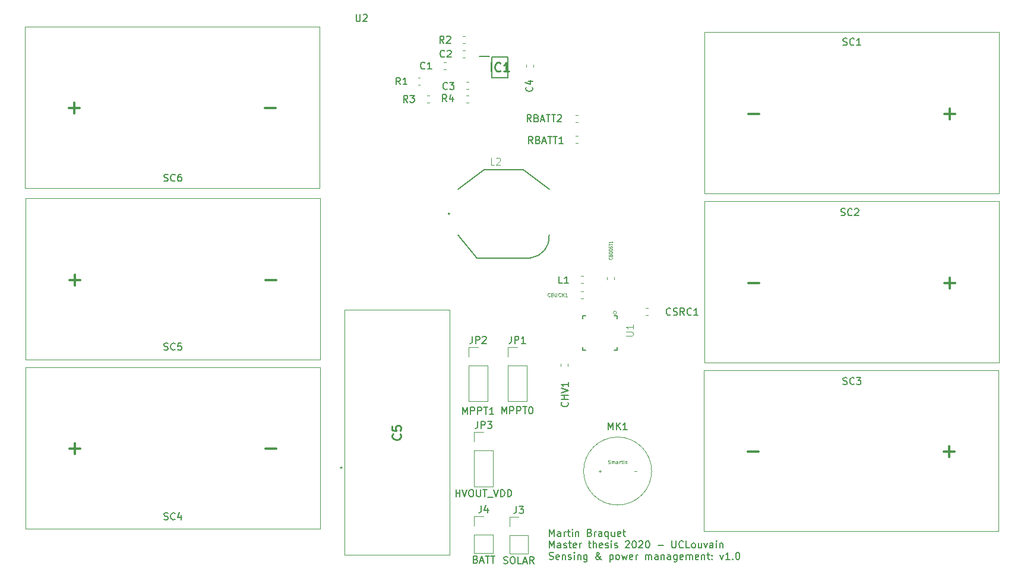
<source format=gbr>
G04 #@! TF.GenerationSoftware,KiCad,Pcbnew,(5.1.5)-3*
G04 #@! TF.CreationDate,2020-04-08T11:42:18+02:00*
G04 #@! TF.ProjectId,sensing_PMU,73656e73-696e-4675-9f50-4d552e6b6963,0.0*
G04 #@! TF.SameCoordinates,Original*
G04 #@! TF.FileFunction,Legend,Top*
G04 #@! TF.FilePolarity,Positive*
%FSLAX46Y46*%
G04 Gerber Fmt 4.6, Leading zero omitted, Abs format (unit mm)*
G04 Created by KiCad (PCBNEW (5.1.5)-3) date 2020-04-08 11:42:18*
%MOMM*%
%LPD*%
G04 APERTURE LIST*
%ADD10C,0.150000*%
%ADD11C,0.200000*%
%ADD12C,0.127000*%
%ADD13C,0.120000*%
%ADD14C,0.100000*%
%ADD15C,0.203200*%
%ADD16C,0.015000*%
%ADD17C,0.254000*%
%ADD18C,0.125000*%
%ADD19C,0.300000*%
%ADD20C,0.050000*%
G04 APERTURE END LIST*
D10*
X168515595Y-117212380D02*
X168515595Y-116212380D01*
X168848928Y-116926666D01*
X169182261Y-116212380D01*
X169182261Y-117212380D01*
X170087023Y-117212380D02*
X170087023Y-116688571D01*
X170039404Y-116593333D01*
X169944166Y-116545714D01*
X169753690Y-116545714D01*
X169658452Y-116593333D01*
X170087023Y-117164761D02*
X169991785Y-117212380D01*
X169753690Y-117212380D01*
X169658452Y-117164761D01*
X169610833Y-117069523D01*
X169610833Y-116974285D01*
X169658452Y-116879047D01*
X169753690Y-116831428D01*
X169991785Y-116831428D01*
X170087023Y-116783809D01*
X170563214Y-117212380D02*
X170563214Y-116545714D01*
X170563214Y-116736190D02*
X170610833Y-116640952D01*
X170658452Y-116593333D01*
X170753690Y-116545714D01*
X170848928Y-116545714D01*
X171039404Y-116545714D02*
X171420357Y-116545714D01*
X171182261Y-116212380D02*
X171182261Y-117069523D01*
X171229880Y-117164761D01*
X171325119Y-117212380D01*
X171420357Y-117212380D01*
X171753690Y-117212380D02*
X171753690Y-116545714D01*
X171753690Y-116212380D02*
X171706071Y-116260000D01*
X171753690Y-116307619D01*
X171801309Y-116260000D01*
X171753690Y-116212380D01*
X171753690Y-116307619D01*
X172229880Y-116545714D02*
X172229880Y-117212380D01*
X172229880Y-116640952D02*
X172277500Y-116593333D01*
X172372738Y-116545714D01*
X172515595Y-116545714D01*
X172610833Y-116593333D01*
X172658452Y-116688571D01*
X172658452Y-117212380D01*
X174229880Y-116688571D02*
X174372738Y-116736190D01*
X174420357Y-116783809D01*
X174467976Y-116879047D01*
X174467976Y-117021904D01*
X174420357Y-117117142D01*
X174372738Y-117164761D01*
X174277500Y-117212380D01*
X173896547Y-117212380D01*
X173896547Y-116212380D01*
X174229880Y-116212380D01*
X174325119Y-116260000D01*
X174372738Y-116307619D01*
X174420357Y-116402857D01*
X174420357Y-116498095D01*
X174372738Y-116593333D01*
X174325119Y-116640952D01*
X174229880Y-116688571D01*
X173896547Y-116688571D01*
X174896547Y-117212380D02*
X174896547Y-116545714D01*
X174896547Y-116736190D02*
X174944166Y-116640952D01*
X174991785Y-116593333D01*
X175087023Y-116545714D01*
X175182261Y-116545714D01*
X175944166Y-117212380D02*
X175944166Y-116688571D01*
X175896547Y-116593333D01*
X175801309Y-116545714D01*
X175610833Y-116545714D01*
X175515595Y-116593333D01*
X175944166Y-117164761D02*
X175848928Y-117212380D01*
X175610833Y-117212380D01*
X175515595Y-117164761D01*
X175467976Y-117069523D01*
X175467976Y-116974285D01*
X175515595Y-116879047D01*
X175610833Y-116831428D01*
X175848928Y-116831428D01*
X175944166Y-116783809D01*
X176848928Y-116545714D02*
X176848928Y-117545714D01*
X176848928Y-117164761D02*
X176753690Y-117212380D01*
X176563214Y-117212380D01*
X176467976Y-117164761D01*
X176420357Y-117117142D01*
X176372738Y-117021904D01*
X176372738Y-116736190D01*
X176420357Y-116640952D01*
X176467976Y-116593333D01*
X176563214Y-116545714D01*
X176753690Y-116545714D01*
X176848928Y-116593333D01*
X177753690Y-116545714D02*
X177753690Y-117212380D01*
X177325119Y-116545714D02*
X177325119Y-117069523D01*
X177372738Y-117164761D01*
X177467976Y-117212380D01*
X177610833Y-117212380D01*
X177706071Y-117164761D01*
X177753690Y-117117142D01*
X178610833Y-117164761D02*
X178515595Y-117212380D01*
X178325119Y-117212380D01*
X178229880Y-117164761D01*
X178182261Y-117069523D01*
X178182261Y-116688571D01*
X178229880Y-116593333D01*
X178325119Y-116545714D01*
X178515595Y-116545714D01*
X178610833Y-116593333D01*
X178658452Y-116688571D01*
X178658452Y-116783809D01*
X178182261Y-116879047D01*
X178944166Y-116545714D02*
X179325119Y-116545714D01*
X179087023Y-116212380D02*
X179087023Y-117069523D01*
X179134642Y-117164761D01*
X179229880Y-117212380D01*
X179325119Y-117212380D01*
X168515595Y-118862380D02*
X168515595Y-117862380D01*
X168848928Y-118576666D01*
X169182261Y-117862380D01*
X169182261Y-118862380D01*
X170087023Y-118862380D02*
X170087023Y-118338571D01*
X170039404Y-118243333D01*
X169944166Y-118195714D01*
X169753690Y-118195714D01*
X169658452Y-118243333D01*
X170087023Y-118814761D02*
X169991785Y-118862380D01*
X169753690Y-118862380D01*
X169658452Y-118814761D01*
X169610833Y-118719523D01*
X169610833Y-118624285D01*
X169658452Y-118529047D01*
X169753690Y-118481428D01*
X169991785Y-118481428D01*
X170087023Y-118433809D01*
X170515595Y-118814761D02*
X170610833Y-118862380D01*
X170801309Y-118862380D01*
X170896547Y-118814761D01*
X170944166Y-118719523D01*
X170944166Y-118671904D01*
X170896547Y-118576666D01*
X170801309Y-118529047D01*
X170658452Y-118529047D01*
X170563214Y-118481428D01*
X170515595Y-118386190D01*
X170515595Y-118338571D01*
X170563214Y-118243333D01*
X170658452Y-118195714D01*
X170801309Y-118195714D01*
X170896547Y-118243333D01*
X171229880Y-118195714D02*
X171610833Y-118195714D01*
X171372738Y-117862380D02*
X171372738Y-118719523D01*
X171420357Y-118814761D01*
X171515595Y-118862380D01*
X171610833Y-118862380D01*
X172325119Y-118814761D02*
X172229880Y-118862380D01*
X172039404Y-118862380D01*
X171944166Y-118814761D01*
X171896547Y-118719523D01*
X171896547Y-118338571D01*
X171944166Y-118243333D01*
X172039404Y-118195714D01*
X172229880Y-118195714D01*
X172325119Y-118243333D01*
X172372738Y-118338571D01*
X172372738Y-118433809D01*
X171896547Y-118529047D01*
X172801309Y-118862380D02*
X172801309Y-118195714D01*
X172801309Y-118386190D02*
X172848928Y-118290952D01*
X172896547Y-118243333D01*
X172991785Y-118195714D01*
X173087023Y-118195714D01*
X174039404Y-118195714D02*
X174420357Y-118195714D01*
X174182261Y-117862380D02*
X174182261Y-118719523D01*
X174229880Y-118814761D01*
X174325119Y-118862380D01*
X174420357Y-118862380D01*
X174753690Y-118862380D02*
X174753690Y-117862380D01*
X175182261Y-118862380D02*
X175182261Y-118338571D01*
X175134642Y-118243333D01*
X175039404Y-118195714D01*
X174896547Y-118195714D01*
X174801309Y-118243333D01*
X174753690Y-118290952D01*
X176039404Y-118814761D02*
X175944166Y-118862380D01*
X175753690Y-118862380D01*
X175658452Y-118814761D01*
X175610833Y-118719523D01*
X175610833Y-118338571D01*
X175658452Y-118243333D01*
X175753690Y-118195714D01*
X175944166Y-118195714D01*
X176039404Y-118243333D01*
X176087023Y-118338571D01*
X176087023Y-118433809D01*
X175610833Y-118529047D01*
X176467976Y-118814761D02*
X176563214Y-118862380D01*
X176753690Y-118862380D01*
X176848928Y-118814761D01*
X176896547Y-118719523D01*
X176896547Y-118671904D01*
X176848928Y-118576666D01*
X176753690Y-118529047D01*
X176610833Y-118529047D01*
X176515595Y-118481428D01*
X176467976Y-118386190D01*
X176467976Y-118338571D01*
X176515595Y-118243333D01*
X176610833Y-118195714D01*
X176753690Y-118195714D01*
X176848928Y-118243333D01*
X177325119Y-118862380D02*
X177325119Y-118195714D01*
X177325119Y-117862380D02*
X177277500Y-117910000D01*
X177325119Y-117957619D01*
X177372738Y-117910000D01*
X177325119Y-117862380D01*
X177325119Y-117957619D01*
X177753690Y-118814761D02*
X177848928Y-118862380D01*
X178039404Y-118862380D01*
X178134642Y-118814761D01*
X178182261Y-118719523D01*
X178182261Y-118671904D01*
X178134642Y-118576666D01*
X178039404Y-118529047D01*
X177896547Y-118529047D01*
X177801309Y-118481428D01*
X177753690Y-118386190D01*
X177753690Y-118338571D01*
X177801309Y-118243333D01*
X177896547Y-118195714D01*
X178039404Y-118195714D01*
X178134642Y-118243333D01*
X179325119Y-117957619D02*
X179372738Y-117910000D01*
X179467976Y-117862380D01*
X179706071Y-117862380D01*
X179801309Y-117910000D01*
X179848928Y-117957619D01*
X179896547Y-118052857D01*
X179896547Y-118148095D01*
X179848928Y-118290952D01*
X179277500Y-118862380D01*
X179896547Y-118862380D01*
X180515595Y-117862380D02*
X180610833Y-117862380D01*
X180706071Y-117910000D01*
X180753690Y-117957619D01*
X180801309Y-118052857D01*
X180848928Y-118243333D01*
X180848928Y-118481428D01*
X180801309Y-118671904D01*
X180753690Y-118767142D01*
X180706071Y-118814761D01*
X180610833Y-118862380D01*
X180515595Y-118862380D01*
X180420357Y-118814761D01*
X180372738Y-118767142D01*
X180325119Y-118671904D01*
X180277500Y-118481428D01*
X180277500Y-118243333D01*
X180325119Y-118052857D01*
X180372738Y-117957619D01*
X180420357Y-117910000D01*
X180515595Y-117862380D01*
X181229880Y-117957619D02*
X181277500Y-117910000D01*
X181372738Y-117862380D01*
X181610833Y-117862380D01*
X181706071Y-117910000D01*
X181753690Y-117957619D01*
X181801309Y-118052857D01*
X181801309Y-118148095D01*
X181753690Y-118290952D01*
X181182261Y-118862380D01*
X181801309Y-118862380D01*
X182420357Y-117862380D02*
X182515595Y-117862380D01*
X182610833Y-117910000D01*
X182658452Y-117957619D01*
X182706071Y-118052857D01*
X182753690Y-118243333D01*
X182753690Y-118481428D01*
X182706071Y-118671904D01*
X182658452Y-118767142D01*
X182610833Y-118814761D01*
X182515595Y-118862380D01*
X182420357Y-118862380D01*
X182325119Y-118814761D01*
X182277500Y-118767142D01*
X182229880Y-118671904D01*
X182182261Y-118481428D01*
X182182261Y-118243333D01*
X182229880Y-118052857D01*
X182277500Y-117957619D01*
X182325119Y-117910000D01*
X182420357Y-117862380D01*
X183944166Y-118481428D02*
X184706071Y-118481428D01*
X185944166Y-117862380D02*
X185944166Y-118671904D01*
X185991785Y-118767142D01*
X186039404Y-118814761D01*
X186134642Y-118862380D01*
X186325119Y-118862380D01*
X186420357Y-118814761D01*
X186467976Y-118767142D01*
X186515595Y-118671904D01*
X186515595Y-117862380D01*
X187563214Y-118767142D02*
X187515595Y-118814761D01*
X187372738Y-118862380D01*
X187277500Y-118862380D01*
X187134642Y-118814761D01*
X187039404Y-118719523D01*
X186991785Y-118624285D01*
X186944166Y-118433809D01*
X186944166Y-118290952D01*
X186991785Y-118100476D01*
X187039404Y-118005238D01*
X187134642Y-117910000D01*
X187277500Y-117862380D01*
X187372738Y-117862380D01*
X187515595Y-117910000D01*
X187563214Y-117957619D01*
X188467976Y-118862380D02*
X187991785Y-118862380D01*
X187991785Y-117862380D01*
X188944166Y-118862380D02*
X188848928Y-118814761D01*
X188801309Y-118767142D01*
X188753690Y-118671904D01*
X188753690Y-118386190D01*
X188801309Y-118290952D01*
X188848928Y-118243333D01*
X188944166Y-118195714D01*
X189087023Y-118195714D01*
X189182261Y-118243333D01*
X189229880Y-118290952D01*
X189277500Y-118386190D01*
X189277500Y-118671904D01*
X189229880Y-118767142D01*
X189182261Y-118814761D01*
X189087023Y-118862380D01*
X188944166Y-118862380D01*
X190134642Y-118195714D02*
X190134642Y-118862380D01*
X189706071Y-118195714D02*
X189706071Y-118719523D01*
X189753690Y-118814761D01*
X189848928Y-118862380D01*
X189991785Y-118862380D01*
X190087023Y-118814761D01*
X190134642Y-118767142D01*
X190515595Y-118195714D02*
X190753690Y-118862380D01*
X190991785Y-118195714D01*
X191801309Y-118862380D02*
X191801309Y-118338571D01*
X191753690Y-118243333D01*
X191658452Y-118195714D01*
X191467976Y-118195714D01*
X191372738Y-118243333D01*
X191801309Y-118814761D02*
X191706071Y-118862380D01*
X191467976Y-118862380D01*
X191372738Y-118814761D01*
X191325119Y-118719523D01*
X191325119Y-118624285D01*
X191372738Y-118529047D01*
X191467976Y-118481428D01*
X191706071Y-118481428D01*
X191801309Y-118433809D01*
X192277500Y-118862380D02*
X192277500Y-118195714D01*
X192277500Y-117862380D02*
X192229880Y-117910000D01*
X192277500Y-117957619D01*
X192325119Y-117910000D01*
X192277500Y-117862380D01*
X192277500Y-117957619D01*
X192753690Y-118195714D02*
X192753690Y-118862380D01*
X192753690Y-118290952D02*
X192801309Y-118243333D01*
X192896547Y-118195714D01*
X193039404Y-118195714D01*
X193134642Y-118243333D01*
X193182261Y-118338571D01*
X193182261Y-118862380D01*
X168467976Y-120464761D02*
X168610833Y-120512380D01*
X168848928Y-120512380D01*
X168944166Y-120464761D01*
X168991785Y-120417142D01*
X169039404Y-120321904D01*
X169039404Y-120226666D01*
X168991785Y-120131428D01*
X168944166Y-120083809D01*
X168848928Y-120036190D01*
X168658452Y-119988571D01*
X168563214Y-119940952D01*
X168515595Y-119893333D01*
X168467976Y-119798095D01*
X168467976Y-119702857D01*
X168515595Y-119607619D01*
X168563214Y-119560000D01*
X168658452Y-119512380D01*
X168896547Y-119512380D01*
X169039404Y-119560000D01*
X169848928Y-120464761D02*
X169753690Y-120512380D01*
X169563214Y-120512380D01*
X169467976Y-120464761D01*
X169420357Y-120369523D01*
X169420357Y-119988571D01*
X169467976Y-119893333D01*
X169563214Y-119845714D01*
X169753690Y-119845714D01*
X169848928Y-119893333D01*
X169896547Y-119988571D01*
X169896547Y-120083809D01*
X169420357Y-120179047D01*
X170325119Y-119845714D02*
X170325119Y-120512380D01*
X170325119Y-119940952D02*
X170372738Y-119893333D01*
X170467976Y-119845714D01*
X170610833Y-119845714D01*
X170706071Y-119893333D01*
X170753690Y-119988571D01*
X170753690Y-120512380D01*
X171182261Y-120464761D02*
X171277500Y-120512380D01*
X171467976Y-120512380D01*
X171563214Y-120464761D01*
X171610833Y-120369523D01*
X171610833Y-120321904D01*
X171563214Y-120226666D01*
X171467976Y-120179047D01*
X171325119Y-120179047D01*
X171229880Y-120131428D01*
X171182261Y-120036190D01*
X171182261Y-119988571D01*
X171229880Y-119893333D01*
X171325119Y-119845714D01*
X171467976Y-119845714D01*
X171563214Y-119893333D01*
X172039404Y-120512380D02*
X172039404Y-119845714D01*
X172039404Y-119512380D02*
X171991785Y-119560000D01*
X172039404Y-119607619D01*
X172087023Y-119560000D01*
X172039404Y-119512380D01*
X172039404Y-119607619D01*
X172515595Y-119845714D02*
X172515595Y-120512380D01*
X172515595Y-119940952D02*
X172563214Y-119893333D01*
X172658452Y-119845714D01*
X172801309Y-119845714D01*
X172896547Y-119893333D01*
X172944166Y-119988571D01*
X172944166Y-120512380D01*
X173848928Y-119845714D02*
X173848928Y-120655238D01*
X173801309Y-120750476D01*
X173753690Y-120798095D01*
X173658452Y-120845714D01*
X173515595Y-120845714D01*
X173420357Y-120798095D01*
X173848928Y-120464761D02*
X173753690Y-120512380D01*
X173563214Y-120512380D01*
X173467976Y-120464761D01*
X173420357Y-120417142D01*
X173372738Y-120321904D01*
X173372738Y-120036190D01*
X173420357Y-119940952D01*
X173467976Y-119893333D01*
X173563214Y-119845714D01*
X173753690Y-119845714D01*
X173848928Y-119893333D01*
X175896547Y-120512380D02*
X175848928Y-120512380D01*
X175753690Y-120464761D01*
X175610833Y-120321904D01*
X175372738Y-120036190D01*
X175277500Y-119893333D01*
X175229880Y-119750476D01*
X175229880Y-119655238D01*
X175277500Y-119560000D01*
X175372738Y-119512380D01*
X175420357Y-119512380D01*
X175515595Y-119560000D01*
X175563214Y-119655238D01*
X175563214Y-119702857D01*
X175515595Y-119798095D01*
X175467976Y-119845714D01*
X175182261Y-120036190D01*
X175134642Y-120083809D01*
X175087023Y-120179047D01*
X175087023Y-120321904D01*
X175134642Y-120417142D01*
X175182261Y-120464761D01*
X175277500Y-120512380D01*
X175420357Y-120512380D01*
X175515595Y-120464761D01*
X175563214Y-120417142D01*
X175706071Y-120226666D01*
X175753690Y-120083809D01*
X175753690Y-119988571D01*
X177087023Y-119845714D02*
X177087023Y-120845714D01*
X177087023Y-119893333D02*
X177182261Y-119845714D01*
X177372738Y-119845714D01*
X177467976Y-119893333D01*
X177515595Y-119940952D01*
X177563214Y-120036190D01*
X177563214Y-120321904D01*
X177515595Y-120417142D01*
X177467976Y-120464761D01*
X177372738Y-120512380D01*
X177182261Y-120512380D01*
X177087023Y-120464761D01*
X178134642Y-120512380D02*
X178039404Y-120464761D01*
X177991785Y-120417142D01*
X177944166Y-120321904D01*
X177944166Y-120036190D01*
X177991785Y-119940952D01*
X178039404Y-119893333D01*
X178134642Y-119845714D01*
X178277500Y-119845714D01*
X178372738Y-119893333D01*
X178420357Y-119940952D01*
X178467976Y-120036190D01*
X178467976Y-120321904D01*
X178420357Y-120417142D01*
X178372738Y-120464761D01*
X178277500Y-120512380D01*
X178134642Y-120512380D01*
X178801309Y-119845714D02*
X178991785Y-120512380D01*
X179182261Y-120036190D01*
X179372738Y-120512380D01*
X179563214Y-119845714D01*
X180325119Y-120464761D02*
X180229880Y-120512380D01*
X180039404Y-120512380D01*
X179944166Y-120464761D01*
X179896547Y-120369523D01*
X179896547Y-119988571D01*
X179944166Y-119893333D01*
X180039404Y-119845714D01*
X180229880Y-119845714D01*
X180325119Y-119893333D01*
X180372738Y-119988571D01*
X180372738Y-120083809D01*
X179896547Y-120179047D01*
X180801309Y-120512380D02*
X180801309Y-119845714D01*
X180801309Y-120036190D02*
X180848928Y-119940952D01*
X180896547Y-119893333D01*
X180991785Y-119845714D01*
X181087023Y-119845714D01*
X182182261Y-120512380D02*
X182182261Y-119845714D01*
X182182261Y-119940952D02*
X182229880Y-119893333D01*
X182325119Y-119845714D01*
X182467976Y-119845714D01*
X182563214Y-119893333D01*
X182610833Y-119988571D01*
X182610833Y-120512380D01*
X182610833Y-119988571D02*
X182658452Y-119893333D01*
X182753690Y-119845714D01*
X182896547Y-119845714D01*
X182991785Y-119893333D01*
X183039404Y-119988571D01*
X183039404Y-120512380D01*
X183944166Y-120512380D02*
X183944166Y-119988571D01*
X183896547Y-119893333D01*
X183801309Y-119845714D01*
X183610833Y-119845714D01*
X183515595Y-119893333D01*
X183944166Y-120464761D02*
X183848928Y-120512380D01*
X183610833Y-120512380D01*
X183515595Y-120464761D01*
X183467976Y-120369523D01*
X183467976Y-120274285D01*
X183515595Y-120179047D01*
X183610833Y-120131428D01*
X183848928Y-120131428D01*
X183944166Y-120083809D01*
X184420357Y-119845714D02*
X184420357Y-120512380D01*
X184420357Y-119940952D02*
X184467976Y-119893333D01*
X184563214Y-119845714D01*
X184706071Y-119845714D01*
X184801309Y-119893333D01*
X184848928Y-119988571D01*
X184848928Y-120512380D01*
X185753690Y-120512380D02*
X185753690Y-119988571D01*
X185706071Y-119893333D01*
X185610833Y-119845714D01*
X185420357Y-119845714D01*
X185325119Y-119893333D01*
X185753690Y-120464761D02*
X185658452Y-120512380D01*
X185420357Y-120512380D01*
X185325119Y-120464761D01*
X185277500Y-120369523D01*
X185277500Y-120274285D01*
X185325119Y-120179047D01*
X185420357Y-120131428D01*
X185658452Y-120131428D01*
X185753690Y-120083809D01*
X186658452Y-119845714D02*
X186658452Y-120655238D01*
X186610833Y-120750476D01*
X186563214Y-120798095D01*
X186467976Y-120845714D01*
X186325119Y-120845714D01*
X186229880Y-120798095D01*
X186658452Y-120464761D02*
X186563214Y-120512380D01*
X186372738Y-120512380D01*
X186277500Y-120464761D01*
X186229880Y-120417142D01*
X186182261Y-120321904D01*
X186182261Y-120036190D01*
X186229880Y-119940952D01*
X186277500Y-119893333D01*
X186372738Y-119845714D01*
X186563214Y-119845714D01*
X186658452Y-119893333D01*
X187515595Y-120464761D02*
X187420357Y-120512380D01*
X187229880Y-120512380D01*
X187134642Y-120464761D01*
X187087023Y-120369523D01*
X187087023Y-119988571D01*
X187134642Y-119893333D01*
X187229880Y-119845714D01*
X187420357Y-119845714D01*
X187515595Y-119893333D01*
X187563214Y-119988571D01*
X187563214Y-120083809D01*
X187087023Y-120179047D01*
X187991785Y-120512380D02*
X187991785Y-119845714D01*
X187991785Y-119940952D02*
X188039404Y-119893333D01*
X188134642Y-119845714D01*
X188277500Y-119845714D01*
X188372738Y-119893333D01*
X188420357Y-119988571D01*
X188420357Y-120512380D01*
X188420357Y-119988571D02*
X188467976Y-119893333D01*
X188563214Y-119845714D01*
X188706071Y-119845714D01*
X188801309Y-119893333D01*
X188848928Y-119988571D01*
X188848928Y-120512380D01*
X189706071Y-120464761D02*
X189610833Y-120512380D01*
X189420357Y-120512380D01*
X189325119Y-120464761D01*
X189277500Y-120369523D01*
X189277500Y-119988571D01*
X189325119Y-119893333D01*
X189420357Y-119845714D01*
X189610833Y-119845714D01*
X189706071Y-119893333D01*
X189753690Y-119988571D01*
X189753690Y-120083809D01*
X189277500Y-120179047D01*
X190182261Y-119845714D02*
X190182261Y-120512380D01*
X190182261Y-119940952D02*
X190229880Y-119893333D01*
X190325119Y-119845714D01*
X190467976Y-119845714D01*
X190563214Y-119893333D01*
X190610833Y-119988571D01*
X190610833Y-120512380D01*
X190944166Y-119845714D02*
X191325119Y-119845714D01*
X191087023Y-119512380D02*
X191087023Y-120369523D01*
X191134642Y-120464761D01*
X191229880Y-120512380D01*
X191325119Y-120512380D01*
X191658452Y-120417142D02*
X191706071Y-120464761D01*
X191658452Y-120512380D01*
X191610833Y-120464761D01*
X191658452Y-120417142D01*
X191658452Y-120512380D01*
X191658452Y-119893333D02*
X191706071Y-119940952D01*
X191658452Y-119988571D01*
X191610833Y-119940952D01*
X191658452Y-119893333D01*
X191658452Y-119988571D01*
X192801309Y-119845714D02*
X193039404Y-120512380D01*
X193277500Y-119845714D01*
X194182261Y-120512380D02*
X193610833Y-120512380D01*
X193896547Y-120512380D02*
X193896547Y-119512380D01*
X193801309Y-119655238D01*
X193706071Y-119750476D01*
X193610833Y-119798095D01*
X194610833Y-120417142D02*
X194658452Y-120464761D01*
X194610833Y-120512380D01*
X194563214Y-120464761D01*
X194610833Y-120417142D01*
X194610833Y-120512380D01*
X195277500Y-119512380D02*
X195372738Y-119512380D01*
X195467976Y-119560000D01*
X195515595Y-119607619D01*
X195563214Y-119702857D01*
X195610833Y-119893333D01*
X195610833Y-120131428D01*
X195563214Y-120321904D01*
X195515595Y-120417142D01*
X195467976Y-120464761D01*
X195372738Y-120512380D01*
X195277500Y-120512380D01*
X195182261Y-120464761D01*
X195134642Y-120417142D01*
X195087023Y-120321904D01*
X195039404Y-120131428D01*
X195039404Y-119893333D01*
X195087023Y-119702857D01*
X195134642Y-119607619D01*
X195182261Y-119560000D01*
X195277500Y-119512380D01*
D11*
X154250000Y-71200000D02*
G75*
G03X154250000Y-71200000I-100000J0D01*
G01*
D12*
X158150000Y-77500000D02*
X155450000Y-74200000D01*
X165750000Y-77500000D02*
X158150000Y-77500000D01*
X168450000Y-74200000D02*
G75*
G02X165750000Y-77500000I-3000000J-300000D01*
G01*
X164750000Y-64900000D02*
X168450000Y-67700000D01*
X159150000Y-64900000D02*
X164750000Y-64900000D01*
X155450000Y-67700000D02*
X159150000Y-64900000D01*
D13*
X173282779Y-80090000D02*
X172957221Y-80090000D01*
X173282779Y-81110000D02*
X172957221Y-81110000D01*
D11*
X158500000Y-48750000D02*
X159900000Y-48750000D01*
X160250000Y-51800000D02*
X160250000Y-48800000D01*
X162550000Y-51800000D02*
X160250000Y-51800000D01*
X162550000Y-48800000D02*
X162550000Y-51800000D01*
X160250000Y-48800000D02*
X162550000Y-48800000D01*
D13*
X183050000Y-107900000D02*
G75*
G03X183050000Y-107900000I-4850000J0D01*
G01*
X232600000Y-68300000D02*
X232600000Y-45300000D01*
X190600000Y-68300000D02*
X190600000Y-45300000D01*
X190600000Y-45300000D02*
X232600000Y-45300000D01*
X232600000Y-68300000D02*
X190600000Y-68300000D01*
X232600000Y-92420000D02*
X232600000Y-69420000D01*
X190600000Y-92420000D02*
X190600000Y-69420000D01*
X190600000Y-69420000D02*
X232600000Y-69420000D01*
X232600000Y-92420000D02*
X190600000Y-92420000D01*
X232500000Y-116500000D02*
X232500000Y-93500000D01*
X190500000Y-116500000D02*
X190500000Y-93500000D01*
X190500000Y-93500000D02*
X232500000Y-93500000D01*
X232500000Y-116500000D02*
X190500000Y-116500000D01*
X93800000Y-93100000D02*
X93800000Y-116100000D01*
X135800000Y-93100000D02*
X135800000Y-116100000D01*
X135800000Y-116100000D02*
X93800000Y-116100000D01*
X93800000Y-93100000D02*
X135800000Y-93100000D01*
X93800000Y-68980000D02*
X93800000Y-91980000D01*
X135800000Y-68980000D02*
X135800000Y-91980000D01*
X135800000Y-91980000D02*
X93800000Y-91980000D01*
X93800000Y-68980000D02*
X135800000Y-68980000D01*
X93700000Y-44500000D02*
X135700000Y-44500000D01*
X135700000Y-67500000D02*
X93700000Y-67500000D01*
X135700000Y-44500000D02*
X135700000Y-67500000D01*
X93700000Y-44500000D02*
X93700000Y-67500000D01*
X162770000Y-114470000D02*
X164100000Y-114470000D01*
X162770000Y-115800000D02*
X162770000Y-114470000D01*
X162770000Y-117070000D02*
X165430000Y-117070000D01*
X165430000Y-117070000D02*
X165430000Y-119670000D01*
X162770000Y-117070000D02*
X162770000Y-119670000D01*
X162770000Y-119670000D02*
X165430000Y-119670000D01*
X157770000Y-114370000D02*
X159100000Y-114370000D01*
X157770000Y-115700000D02*
X157770000Y-114370000D01*
X157770000Y-116970000D02*
X160430000Y-116970000D01*
X160430000Y-116970000D02*
X160430000Y-119570000D01*
X157770000Y-116970000D02*
X157770000Y-119570000D01*
X157770000Y-119570000D02*
X160430000Y-119570000D01*
D14*
X139250000Y-119900000D02*
X139250000Y-84900000D01*
X139250000Y-84900000D02*
X154250000Y-84900000D01*
X154250000Y-84900000D02*
X154250000Y-119900000D01*
X154250000Y-119900000D02*
X139250000Y-119900000D01*
D11*
X138900000Y-107400000D02*
X138900000Y-107400000D01*
X138700000Y-107400000D02*
X138700000Y-107400000D01*
X138700000Y-107400000D02*
G75*
G02X138900000Y-107400000I100000J0D01*
G01*
X138900000Y-107400000D02*
G75*
G02X138700000Y-107400000I-100000J0D01*
G01*
D13*
X177710000Y-80562779D02*
X177710000Y-80237221D01*
X176690000Y-80562779D02*
X176690000Y-80237221D01*
X162570000Y-90230000D02*
X163900000Y-90230000D01*
X162570000Y-91560000D02*
X162570000Y-90230000D01*
X162570000Y-92830000D02*
X165230000Y-92830000D01*
X165230000Y-92830000D02*
X165230000Y-97970000D01*
X162570000Y-92830000D02*
X162570000Y-97970000D01*
X162570000Y-97970000D02*
X165230000Y-97970000D01*
X157770000Y-102370000D02*
X159100000Y-102370000D01*
X157770000Y-103700000D02*
X157770000Y-102370000D01*
X157770000Y-104970000D02*
X160430000Y-104970000D01*
X160430000Y-104970000D02*
X160430000Y-110110000D01*
X157770000Y-104970000D02*
X157770000Y-110110000D01*
X157770000Y-110110000D02*
X160430000Y-110110000D01*
X156990000Y-90230000D02*
X158320000Y-90230000D01*
X156990000Y-91560000D02*
X156990000Y-90230000D01*
X156990000Y-92830000D02*
X159650000Y-92830000D01*
X159650000Y-92830000D02*
X159650000Y-97970000D01*
X156990000Y-92830000D02*
X156990000Y-97970000D01*
X156990000Y-97970000D02*
X159650000Y-97970000D01*
X172237221Y-58110000D02*
X172562779Y-58110000D01*
X172237221Y-57090000D02*
X172562779Y-57090000D01*
X172562779Y-60090000D02*
X172237221Y-60090000D01*
X172562779Y-61110000D02*
X172237221Y-61110000D01*
X156637221Y-55350000D02*
X156962779Y-55350000D01*
X156637221Y-54330000D02*
X156962779Y-54330000D01*
X151077221Y-55360000D02*
X151402779Y-55360000D01*
X151077221Y-54340000D02*
X151402779Y-54340000D01*
X156462779Y-45890000D02*
X156137221Y-45890000D01*
X156462779Y-46910000D02*
X156137221Y-46910000D01*
X150062779Y-51790000D02*
X149737221Y-51790000D01*
X150062779Y-52810000D02*
X149737221Y-52810000D01*
X182237221Y-85620000D02*
X182562779Y-85620000D01*
X182237221Y-84600000D02*
X182562779Y-84600000D01*
X170090000Y-92637221D02*
X170090000Y-92962779D01*
X171110000Y-92637221D02*
X171110000Y-92962779D01*
X173292779Y-82260000D02*
X172967221Y-82260000D01*
X173292779Y-83280000D02*
X172967221Y-83280000D01*
X165180000Y-49947221D02*
X165180000Y-50272779D01*
X166200000Y-49947221D02*
X166200000Y-50272779D01*
X156637221Y-53410000D02*
X156962779Y-53410000D01*
X156637221Y-52390000D02*
X156962779Y-52390000D01*
X156124721Y-48910000D02*
X156450279Y-48910000D01*
X156124721Y-47890000D02*
X156450279Y-47890000D01*
X153437221Y-50610000D02*
X153762779Y-50610000D01*
X153437221Y-49590000D02*
X153762779Y-49590000D01*
D14*
X178053300Y-85311000D02*
G75*
G03X178053300Y-85311000I-226300J0D01*
G01*
D15*
X178150000Y-90650000D02*
X177750000Y-90650000D01*
X178150000Y-90250000D02*
X178150000Y-90650000D01*
X173250000Y-90650000D02*
X173250000Y-90250000D01*
X173650000Y-90650000D02*
X173250000Y-90650000D01*
X173250000Y-85750000D02*
X173650000Y-85750000D01*
X173250000Y-86150000D02*
X173250000Y-85750000D01*
X178150000Y-85750000D02*
X178150000Y-86150000D01*
X177750000Y-85750000D02*
X178150000Y-85750000D01*
D16*
X160638333Y-64207380D02*
X160162142Y-64207380D01*
X160162142Y-63207380D01*
X160924047Y-63302619D02*
X160971666Y-63255000D01*
X161066904Y-63207380D01*
X161305000Y-63207380D01*
X161400238Y-63255000D01*
X161447857Y-63302619D01*
X161495476Y-63397857D01*
X161495476Y-63493095D01*
X161447857Y-63635952D01*
X160876428Y-64207380D01*
X161495476Y-64207380D01*
D10*
X170343333Y-81122380D02*
X169867142Y-81122380D01*
X169867142Y-80122380D01*
X171200476Y-81122380D02*
X170629047Y-81122380D01*
X170914761Y-81122380D02*
X170914761Y-80122380D01*
X170819523Y-80265238D01*
X170724285Y-80360476D01*
X170629047Y-80408095D01*
D17*
X160160238Y-50874523D02*
X160160238Y-49604523D01*
X161490714Y-50753571D02*
X161430238Y-50814047D01*
X161248809Y-50874523D01*
X161127857Y-50874523D01*
X160946428Y-50814047D01*
X160825476Y-50693095D01*
X160765000Y-50572142D01*
X160704523Y-50330238D01*
X160704523Y-50148809D01*
X160765000Y-49906904D01*
X160825476Y-49785952D01*
X160946428Y-49665000D01*
X161127857Y-49604523D01*
X161248809Y-49604523D01*
X161430238Y-49665000D01*
X161490714Y-49725476D01*
X162700238Y-50874523D02*
X161974523Y-50874523D01*
X162337380Y-50874523D02*
X162337380Y-49604523D01*
X162216428Y-49785952D01*
X162095476Y-49906904D01*
X161974523Y-49967380D01*
D10*
X140938095Y-42752380D02*
X140938095Y-43561904D01*
X140985714Y-43657142D01*
X141033333Y-43704761D01*
X141128571Y-43752380D01*
X141319047Y-43752380D01*
X141414285Y-43704761D01*
X141461904Y-43657142D01*
X141509523Y-43561904D01*
X141509523Y-42752380D01*
X141938095Y-42847619D02*
X141985714Y-42800000D01*
X142080952Y-42752380D01*
X142319047Y-42752380D01*
X142414285Y-42800000D01*
X142461904Y-42847619D01*
X142509523Y-42942857D01*
X142509523Y-43038095D01*
X142461904Y-43180952D01*
X141890476Y-43752380D01*
X142509523Y-43752380D01*
X176890476Y-102002380D02*
X176890476Y-101002380D01*
X177223809Y-101716666D01*
X177557142Y-101002380D01*
X177557142Y-102002380D01*
X178033333Y-102002380D02*
X178033333Y-101002380D01*
X178604761Y-102002380D02*
X178176190Y-101430952D01*
X178604761Y-101002380D02*
X178033333Y-101573809D01*
X179557142Y-102002380D02*
X178985714Y-102002380D01*
X179271428Y-102002380D02*
X179271428Y-101002380D01*
X179176190Y-101145238D01*
X179080952Y-101240476D01*
X178985714Y-101288095D01*
D18*
X180549523Y-107935714D02*
X180930476Y-107935714D01*
X175469523Y-107935714D02*
X175850476Y-107935714D01*
X175660000Y-108126190D02*
X175660000Y-107745238D01*
X176854761Y-106832380D02*
X176926190Y-106856190D01*
X177045238Y-106856190D01*
X177092857Y-106832380D01*
X177116666Y-106808571D01*
X177140476Y-106760952D01*
X177140476Y-106713333D01*
X177116666Y-106665714D01*
X177092857Y-106641904D01*
X177045238Y-106618095D01*
X176950000Y-106594285D01*
X176902380Y-106570476D01*
X176878571Y-106546666D01*
X176854761Y-106499047D01*
X176854761Y-106451428D01*
X176878571Y-106403809D01*
X176902380Y-106380000D01*
X176950000Y-106356190D01*
X177069047Y-106356190D01*
X177140476Y-106380000D01*
X177354761Y-106856190D02*
X177354761Y-106522857D01*
X177354761Y-106570476D02*
X177378571Y-106546666D01*
X177426190Y-106522857D01*
X177497619Y-106522857D01*
X177545238Y-106546666D01*
X177569047Y-106594285D01*
X177569047Y-106856190D01*
X177569047Y-106594285D02*
X177592857Y-106546666D01*
X177640476Y-106522857D01*
X177711904Y-106522857D01*
X177759523Y-106546666D01*
X177783333Y-106594285D01*
X177783333Y-106856190D01*
X178235714Y-106856190D02*
X178235714Y-106594285D01*
X178211904Y-106546666D01*
X178164285Y-106522857D01*
X178069047Y-106522857D01*
X178021428Y-106546666D01*
X178235714Y-106832380D02*
X178188095Y-106856190D01*
X178069047Y-106856190D01*
X178021428Y-106832380D01*
X177997619Y-106784761D01*
X177997619Y-106737142D01*
X178021428Y-106689523D01*
X178069047Y-106665714D01*
X178188095Y-106665714D01*
X178235714Y-106641904D01*
X178473809Y-106856190D02*
X178473809Y-106522857D01*
X178473809Y-106618095D02*
X178497619Y-106570476D01*
X178521428Y-106546666D01*
X178569047Y-106522857D01*
X178616666Y-106522857D01*
X178711904Y-106522857D02*
X178902380Y-106522857D01*
X178783333Y-106356190D02*
X178783333Y-106784761D01*
X178807142Y-106832380D01*
X178854761Y-106856190D01*
X178902380Y-106856190D01*
X179069047Y-106856190D02*
X179069047Y-106522857D01*
X179069047Y-106356190D02*
X179045238Y-106380000D01*
X179069047Y-106403809D01*
X179092857Y-106380000D01*
X179069047Y-106356190D01*
X179069047Y-106403809D01*
X179307142Y-106522857D02*
X179307142Y-106856190D01*
X179307142Y-106570476D02*
X179330952Y-106546666D01*
X179378571Y-106522857D01*
X179450000Y-106522857D01*
X179497619Y-106546666D01*
X179521428Y-106594285D01*
X179521428Y-106856190D01*
D10*
X210338095Y-47104761D02*
X210480952Y-47152380D01*
X210719047Y-47152380D01*
X210814285Y-47104761D01*
X210861904Y-47057142D01*
X210909523Y-46961904D01*
X210909523Y-46866666D01*
X210861904Y-46771428D01*
X210814285Y-46723809D01*
X210719047Y-46676190D01*
X210528571Y-46628571D01*
X210433333Y-46580952D01*
X210385714Y-46533333D01*
X210338095Y-46438095D01*
X210338095Y-46342857D01*
X210385714Y-46247619D01*
X210433333Y-46200000D01*
X210528571Y-46152380D01*
X210766666Y-46152380D01*
X210909523Y-46200000D01*
X211909523Y-47057142D02*
X211861904Y-47104761D01*
X211719047Y-47152380D01*
X211623809Y-47152380D01*
X211480952Y-47104761D01*
X211385714Y-47009523D01*
X211338095Y-46914285D01*
X211290476Y-46723809D01*
X211290476Y-46580952D01*
X211338095Y-46390476D01*
X211385714Y-46295238D01*
X211480952Y-46200000D01*
X211623809Y-46152380D01*
X211719047Y-46152380D01*
X211861904Y-46200000D01*
X211909523Y-46247619D01*
X212861904Y-47152380D02*
X212290476Y-47152380D01*
X212576190Y-47152380D02*
X212576190Y-46152380D01*
X212480952Y-46295238D01*
X212385714Y-46390476D01*
X212290476Y-46438095D01*
D19*
X196868095Y-56942857D02*
X198391904Y-56942857D01*
X224808095Y-56942857D02*
X226331904Y-56942857D01*
X225570000Y-57704761D02*
X225570000Y-56180952D01*
D10*
X210038095Y-71404761D02*
X210180952Y-71452380D01*
X210419047Y-71452380D01*
X210514285Y-71404761D01*
X210561904Y-71357142D01*
X210609523Y-71261904D01*
X210609523Y-71166666D01*
X210561904Y-71071428D01*
X210514285Y-71023809D01*
X210419047Y-70976190D01*
X210228571Y-70928571D01*
X210133333Y-70880952D01*
X210085714Y-70833333D01*
X210038095Y-70738095D01*
X210038095Y-70642857D01*
X210085714Y-70547619D01*
X210133333Y-70500000D01*
X210228571Y-70452380D01*
X210466666Y-70452380D01*
X210609523Y-70500000D01*
X211609523Y-71357142D02*
X211561904Y-71404761D01*
X211419047Y-71452380D01*
X211323809Y-71452380D01*
X211180952Y-71404761D01*
X211085714Y-71309523D01*
X211038095Y-71214285D01*
X210990476Y-71023809D01*
X210990476Y-70880952D01*
X211038095Y-70690476D01*
X211085714Y-70595238D01*
X211180952Y-70500000D01*
X211323809Y-70452380D01*
X211419047Y-70452380D01*
X211561904Y-70500000D01*
X211609523Y-70547619D01*
X211990476Y-70547619D02*
X212038095Y-70500000D01*
X212133333Y-70452380D01*
X212371428Y-70452380D01*
X212466666Y-70500000D01*
X212514285Y-70547619D01*
X212561904Y-70642857D01*
X212561904Y-70738095D01*
X212514285Y-70880952D01*
X211942857Y-71452380D01*
X212561904Y-71452380D01*
D19*
X196868095Y-81062857D02*
X198391904Y-81062857D01*
X224808095Y-81062857D02*
X226331904Y-81062857D01*
X225570000Y-81824761D02*
X225570000Y-80300952D01*
D10*
X210338095Y-95504761D02*
X210480952Y-95552380D01*
X210719047Y-95552380D01*
X210814285Y-95504761D01*
X210861904Y-95457142D01*
X210909523Y-95361904D01*
X210909523Y-95266666D01*
X210861904Y-95171428D01*
X210814285Y-95123809D01*
X210719047Y-95076190D01*
X210528571Y-95028571D01*
X210433333Y-94980952D01*
X210385714Y-94933333D01*
X210338095Y-94838095D01*
X210338095Y-94742857D01*
X210385714Y-94647619D01*
X210433333Y-94600000D01*
X210528571Y-94552380D01*
X210766666Y-94552380D01*
X210909523Y-94600000D01*
X211909523Y-95457142D02*
X211861904Y-95504761D01*
X211719047Y-95552380D01*
X211623809Y-95552380D01*
X211480952Y-95504761D01*
X211385714Y-95409523D01*
X211338095Y-95314285D01*
X211290476Y-95123809D01*
X211290476Y-94980952D01*
X211338095Y-94790476D01*
X211385714Y-94695238D01*
X211480952Y-94600000D01*
X211623809Y-94552380D01*
X211719047Y-94552380D01*
X211861904Y-94600000D01*
X211909523Y-94647619D01*
X212242857Y-94552380D02*
X212861904Y-94552380D01*
X212528571Y-94933333D01*
X212671428Y-94933333D01*
X212766666Y-94980952D01*
X212814285Y-95028571D01*
X212861904Y-95123809D01*
X212861904Y-95361904D01*
X212814285Y-95457142D01*
X212766666Y-95504761D01*
X212671428Y-95552380D01*
X212385714Y-95552380D01*
X212290476Y-95504761D01*
X212242857Y-95457142D01*
D19*
X196768095Y-105142857D02*
X198291904Y-105142857D01*
X224708095Y-105142857D02*
X226231904Y-105142857D01*
X225470000Y-105904761D02*
X225470000Y-104380952D01*
D10*
X113538095Y-114804761D02*
X113680952Y-114852380D01*
X113919047Y-114852380D01*
X114014285Y-114804761D01*
X114061904Y-114757142D01*
X114109523Y-114661904D01*
X114109523Y-114566666D01*
X114061904Y-114471428D01*
X114014285Y-114423809D01*
X113919047Y-114376190D01*
X113728571Y-114328571D01*
X113633333Y-114280952D01*
X113585714Y-114233333D01*
X113538095Y-114138095D01*
X113538095Y-114042857D01*
X113585714Y-113947619D01*
X113633333Y-113900000D01*
X113728571Y-113852380D01*
X113966666Y-113852380D01*
X114109523Y-113900000D01*
X115109523Y-114757142D02*
X115061904Y-114804761D01*
X114919047Y-114852380D01*
X114823809Y-114852380D01*
X114680952Y-114804761D01*
X114585714Y-114709523D01*
X114538095Y-114614285D01*
X114490476Y-114423809D01*
X114490476Y-114280952D01*
X114538095Y-114090476D01*
X114585714Y-113995238D01*
X114680952Y-113900000D01*
X114823809Y-113852380D01*
X114919047Y-113852380D01*
X115061904Y-113900000D01*
X115109523Y-113947619D01*
X115966666Y-114185714D02*
X115966666Y-114852380D01*
X115728571Y-113804761D02*
X115490476Y-114519047D01*
X116109523Y-114519047D01*
D19*
X128008095Y-104742857D02*
X129531904Y-104742857D01*
X100068095Y-104742857D02*
X101591904Y-104742857D01*
X100830000Y-105504761D02*
X100830000Y-103980952D01*
D10*
X113538095Y-90604761D02*
X113680952Y-90652380D01*
X113919047Y-90652380D01*
X114014285Y-90604761D01*
X114061904Y-90557142D01*
X114109523Y-90461904D01*
X114109523Y-90366666D01*
X114061904Y-90271428D01*
X114014285Y-90223809D01*
X113919047Y-90176190D01*
X113728571Y-90128571D01*
X113633333Y-90080952D01*
X113585714Y-90033333D01*
X113538095Y-89938095D01*
X113538095Y-89842857D01*
X113585714Y-89747619D01*
X113633333Y-89700000D01*
X113728571Y-89652380D01*
X113966666Y-89652380D01*
X114109523Y-89700000D01*
X115109523Y-90557142D02*
X115061904Y-90604761D01*
X114919047Y-90652380D01*
X114823809Y-90652380D01*
X114680952Y-90604761D01*
X114585714Y-90509523D01*
X114538095Y-90414285D01*
X114490476Y-90223809D01*
X114490476Y-90080952D01*
X114538095Y-89890476D01*
X114585714Y-89795238D01*
X114680952Y-89700000D01*
X114823809Y-89652380D01*
X114919047Y-89652380D01*
X115061904Y-89700000D01*
X115109523Y-89747619D01*
X116014285Y-89652380D02*
X115538095Y-89652380D01*
X115490476Y-90128571D01*
X115538095Y-90080952D01*
X115633333Y-90033333D01*
X115871428Y-90033333D01*
X115966666Y-90080952D01*
X116014285Y-90128571D01*
X116061904Y-90223809D01*
X116061904Y-90461904D01*
X116014285Y-90557142D01*
X115966666Y-90604761D01*
X115871428Y-90652380D01*
X115633333Y-90652380D01*
X115538095Y-90604761D01*
X115490476Y-90557142D01*
D19*
X128008095Y-80622857D02*
X129531904Y-80622857D01*
X100068095Y-80622857D02*
X101591904Y-80622857D01*
X100830000Y-81384761D02*
X100830000Y-79860952D01*
D10*
X113538095Y-66504761D02*
X113680952Y-66552380D01*
X113919047Y-66552380D01*
X114014285Y-66504761D01*
X114061904Y-66457142D01*
X114109523Y-66361904D01*
X114109523Y-66266666D01*
X114061904Y-66171428D01*
X114014285Y-66123809D01*
X113919047Y-66076190D01*
X113728571Y-66028571D01*
X113633333Y-65980952D01*
X113585714Y-65933333D01*
X113538095Y-65838095D01*
X113538095Y-65742857D01*
X113585714Y-65647619D01*
X113633333Y-65600000D01*
X113728571Y-65552380D01*
X113966666Y-65552380D01*
X114109523Y-65600000D01*
X115109523Y-66457142D02*
X115061904Y-66504761D01*
X114919047Y-66552380D01*
X114823809Y-66552380D01*
X114680952Y-66504761D01*
X114585714Y-66409523D01*
X114538095Y-66314285D01*
X114490476Y-66123809D01*
X114490476Y-65980952D01*
X114538095Y-65790476D01*
X114585714Y-65695238D01*
X114680952Y-65600000D01*
X114823809Y-65552380D01*
X114919047Y-65552380D01*
X115061904Y-65600000D01*
X115109523Y-65647619D01*
X115966666Y-65552380D02*
X115776190Y-65552380D01*
X115680952Y-65600000D01*
X115633333Y-65647619D01*
X115538095Y-65790476D01*
X115490476Y-65980952D01*
X115490476Y-66361904D01*
X115538095Y-66457142D01*
X115585714Y-66504761D01*
X115680952Y-66552380D01*
X115871428Y-66552380D01*
X115966666Y-66504761D01*
X116014285Y-66457142D01*
X116061904Y-66361904D01*
X116061904Y-66123809D01*
X116014285Y-66028571D01*
X115966666Y-65980952D01*
X115871428Y-65933333D01*
X115680952Y-65933333D01*
X115585714Y-65980952D01*
X115538095Y-66028571D01*
X115490476Y-66123809D01*
D19*
X99968095Y-56142857D02*
X101491904Y-56142857D01*
X100730000Y-56904761D02*
X100730000Y-55380952D01*
X127908095Y-56142857D02*
X129431904Y-56142857D01*
D10*
X163766666Y-112922380D02*
X163766666Y-113636666D01*
X163719047Y-113779523D01*
X163623809Y-113874761D01*
X163480952Y-113922380D01*
X163385714Y-113922380D01*
X164147619Y-112922380D02*
X164766666Y-112922380D01*
X164433333Y-113303333D01*
X164576190Y-113303333D01*
X164671428Y-113350952D01*
X164719047Y-113398571D01*
X164766666Y-113493809D01*
X164766666Y-113731904D01*
X164719047Y-113827142D01*
X164671428Y-113874761D01*
X164576190Y-113922380D01*
X164290476Y-113922380D01*
X164195238Y-113874761D01*
X164147619Y-113827142D01*
X161957142Y-121074761D02*
X162100000Y-121122380D01*
X162338095Y-121122380D01*
X162433333Y-121074761D01*
X162480952Y-121027142D01*
X162528571Y-120931904D01*
X162528571Y-120836666D01*
X162480952Y-120741428D01*
X162433333Y-120693809D01*
X162338095Y-120646190D01*
X162147619Y-120598571D01*
X162052380Y-120550952D01*
X162004761Y-120503333D01*
X161957142Y-120408095D01*
X161957142Y-120312857D01*
X162004761Y-120217619D01*
X162052380Y-120170000D01*
X162147619Y-120122380D01*
X162385714Y-120122380D01*
X162528571Y-120170000D01*
X163147619Y-120122380D02*
X163338095Y-120122380D01*
X163433333Y-120170000D01*
X163528571Y-120265238D01*
X163576190Y-120455714D01*
X163576190Y-120789047D01*
X163528571Y-120979523D01*
X163433333Y-121074761D01*
X163338095Y-121122380D01*
X163147619Y-121122380D01*
X163052380Y-121074761D01*
X162957142Y-120979523D01*
X162909523Y-120789047D01*
X162909523Y-120455714D01*
X162957142Y-120265238D01*
X163052380Y-120170000D01*
X163147619Y-120122380D01*
X164480952Y-121122380D02*
X164004761Y-121122380D01*
X164004761Y-120122380D01*
X164766666Y-120836666D02*
X165242857Y-120836666D01*
X164671428Y-121122380D02*
X165004761Y-120122380D01*
X165338095Y-121122380D01*
X166242857Y-121122380D02*
X165909523Y-120646190D01*
X165671428Y-121122380D02*
X165671428Y-120122380D01*
X166052380Y-120122380D01*
X166147619Y-120170000D01*
X166195238Y-120217619D01*
X166242857Y-120312857D01*
X166242857Y-120455714D01*
X166195238Y-120550952D01*
X166147619Y-120598571D01*
X166052380Y-120646190D01*
X165671428Y-120646190D01*
X158766666Y-112822380D02*
X158766666Y-113536666D01*
X158719047Y-113679523D01*
X158623809Y-113774761D01*
X158480952Y-113822380D01*
X158385714Y-113822380D01*
X159671428Y-113155714D02*
X159671428Y-113822380D01*
X159433333Y-112774761D02*
X159195238Y-113489047D01*
X159814285Y-113489047D01*
X157980952Y-120498571D02*
X158123809Y-120546190D01*
X158171428Y-120593809D01*
X158219047Y-120689047D01*
X158219047Y-120831904D01*
X158171428Y-120927142D01*
X158123809Y-120974761D01*
X158028571Y-121022380D01*
X157647619Y-121022380D01*
X157647619Y-120022380D01*
X157980952Y-120022380D01*
X158076190Y-120070000D01*
X158123809Y-120117619D01*
X158171428Y-120212857D01*
X158171428Y-120308095D01*
X158123809Y-120403333D01*
X158076190Y-120450952D01*
X157980952Y-120498571D01*
X157647619Y-120498571D01*
X158600000Y-120736666D02*
X159076190Y-120736666D01*
X158504761Y-121022380D02*
X158838095Y-120022380D01*
X159171428Y-121022380D01*
X159361904Y-120022380D02*
X159933333Y-120022380D01*
X159647619Y-121022380D02*
X159647619Y-120022380D01*
X160123809Y-120022380D02*
X160695238Y-120022380D01*
X160409523Y-121022380D02*
X160409523Y-120022380D01*
D17*
X147203571Y-102611666D02*
X147264047Y-102672142D01*
X147324523Y-102853571D01*
X147324523Y-102974523D01*
X147264047Y-103155952D01*
X147143095Y-103276904D01*
X147022142Y-103337380D01*
X146780238Y-103397857D01*
X146598809Y-103397857D01*
X146356904Y-103337380D01*
X146235952Y-103276904D01*
X146115000Y-103155952D01*
X146054523Y-102974523D01*
X146054523Y-102853571D01*
X146115000Y-102672142D01*
X146175476Y-102611666D01*
X146054523Y-101462619D02*
X146054523Y-102067380D01*
X146659285Y-102127857D01*
X146598809Y-102067380D01*
X146538333Y-101946428D01*
X146538333Y-101644047D01*
X146598809Y-101523095D01*
X146659285Y-101462619D01*
X146780238Y-101402142D01*
X147082619Y-101402142D01*
X147203571Y-101462619D01*
X147264047Y-101523095D01*
X147324523Y-101644047D01*
X147324523Y-101946428D01*
X147264047Y-102067380D01*
X147203571Y-102127857D01*
D20*
X177378571Y-77428571D02*
X177402380Y-77447619D01*
X177426190Y-77504761D01*
X177426190Y-77542857D01*
X177402380Y-77600000D01*
X177354761Y-77638095D01*
X177307142Y-77657142D01*
X177211904Y-77676190D01*
X177140476Y-77676190D01*
X177045238Y-77657142D01*
X176997619Y-77638095D01*
X176950000Y-77600000D01*
X176926190Y-77542857D01*
X176926190Y-77504761D01*
X176950000Y-77447619D01*
X176973809Y-77428571D01*
X177164285Y-77123809D02*
X177188095Y-77066666D01*
X177211904Y-77047619D01*
X177259523Y-77028571D01*
X177330952Y-77028571D01*
X177378571Y-77047619D01*
X177402380Y-77066666D01*
X177426190Y-77104761D01*
X177426190Y-77257142D01*
X176926190Y-77257142D01*
X176926190Y-77123809D01*
X176950000Y-77085714D01*
X176973809Y-77066666D01*
X177021428Y-77047619D01*
X177069047Y-77047619D01*
X177116666Y-77066666D01*
X177140476Y-77085714D01*
X177164285Y-77123809D01*
X177164285Y-77257142D01*
X176926190Y-76780952D02*
X176926190Y-76704761D01*
X176950000Y-76666666D01*
X176997619Y-76628571D01*
X177092857Y-76609523D01*
X177259523Y-76609523D01*
X177354761Y-76628571D01*
X177402380Y-76666666D01*
X177426190Y-76704761D01*
X177426190Y-76780952D01*
X177402380Y-76819047D01*
X177354761Y-76857142D01*
X177259523Y-76876190D01*
X177092857Y-76876190D01*
X176997619Y-76857142D01*
X176950000Y-76819047D01*
X176926190Y-76780952D01*
X176926190Y-76361904D02*
X176926190Y-76285714D01*
X176950000Y-76247619D01*
X176997619Y-76209523D01*
X177092857Y-76190476D01*
X177259523Y-76190476D01*
X177354761Y-76209523D01*
X177402380Y-76247619D01*
X177426190Y-76285714D01*
X177426190Y-76361904D01*
X177402380Y-76400000D01*
X177354761Y-76438095D01*
X177259523Y-76457142D01*
X177092857Y-76457142D01*
X176997619Y-76438095D01*
X176950000Y-76400000D01*
X176926190Y-76361904D01*
X177402380Y-76038095D02*
X177426190Y-75980952D01*
X177426190Y-75885714D01*
X177402380Y-75847619D01*
X177378571Y-75828571D01*
X177330952Y-75809523D01*
X177283333Y-75809523D01*
X177235714Y-75828571D01*
X177211904Y-75847619D01*
X177188095Y-75885714D01*
X177164285Y-75961904D01*
X177140476Y-76000000D01*
X177116666Y-76019047D01*
X177069047Y-76038095D01*
X177021428Y-76038095D01*
X176973809Y-76019047D01*
X176950000Y-76000000D01*
X176926190Y-75961904D01*
X176926190Y-75866666D01*
X176950000Y-75809523D01*
X176926190Y-75695238D02*
X176926190Y-75466666D01*
X177426190Y-75580952D02*
X176926190Y-75580952D01*
X177426190Y-75123809D02*
X177426190Y-75352380D01*
X177426190Y-75238095D02*
X176926190Y-75238095D01*
X176997619Y-75276190D01*
X177045238Y-75314285D01*
X177069047Y-75352380D01*
D10*
X163066666Y-88682380D02*
X163066666Y-89396666D01*
X163019047Y-89539523D01*
X162923809Y-89634761D01*
X162780952Y-89682380D01*
X162685714Y-89682380D01*
X163542857Y-89682380D02*
X163542857Y-88682380D01*
X163923809Y-88682380D01*
X164019047Y-88730000D01*
X164066666Y-88777619D01*
X164114285Y-88872857D01*
X164114285Y-89015714D01*
X164066666Y-89110952D01*
X164019047Y-89158571D01*
X163923809Y-89206190D01*
X163542857Y-89206190D01*
X165066666Y-89682380D02*
X164495238Y-89682380D01*
X164780952Y-89682380D02*
X164780952Y-88682380D01*
X164685714Y-88825238D01*
X164590476Y-88920476D01*
X164495238Y-88968095D01*
X161689523Y-99732380D02*
X161689523Y-98732380D01*
X162022857Y-99446666D01*
X162356190Y-98732380D01*
X162356190Y-99732380D01*
X162832380Y-99732380D02*
X162832380Y-98732380D01*
X163213333Y-98732380D01*
X163308571Y-98780000D01*
X163356190Y-98827619D01*
X163403809Y-98922857D01*
X163403809Y-99065714D01*
X163356190Y-99160952D01*
X163308571Y-99208571D01*
X163213333Y-99256190D01*
X162832380Y-99256190D01*
X163832380Y-99732380D02*
X163832380Y-98732380D01*
X164213333Y-98732380D01*
X164308571Y-98780000D01*
X164356190Y-98827619D01*
X164403809Y-98922857D01*
X164403809Y-99065714D01*
X164356190Y-99160952D01*
X164308571Y-99208571D01*
X164213333Y-99256190D01*
X163832380Y-99256190D01*
X164689523Y-98732380D02*
X165260952Y-98732380D01*
X164975238Y-99732380D02*
X164975238Y-98732380D01*
X165784761Y-98732380D02*
X165880000Y-98732380D01*
X165975238Y-98780000D01*
X166022857Y-98827619D01*
X166070476Y-98922857D01*
X166118095Y-99113333D01*
X166118095Y-99351428D01*
X166070476Y-99541904D01*
X166022857Y-99637142D01*
X165975238Y-99684761D01*
X165880000Y-99732380D01*
X165784761Y-99732380D01*
X165689523Y-99684761D01*
X165641904Y-99637142D01*
X165594285Y-99541904D01*
X165546666Y-99351428D01*
X165546666Y-99113333D01*
X165594285Y-98922857D01*
X165641904Y-98827619D01*
X165689523Y-98780000D01*
X165784761Y-98732380D01*
X158266666Y-100822380D02*
X158266666Y-101536666D01*
X158219047Y-101679523D01*
X158123809Y-101774761D01*
X157980952Y-101822380D01*
X157885714Y-101822380D01*
X158742857Y-101822380D02*
X158742857Y-100822380D01*
X159123809Y-100822380D01*
X159219047Y-100870000D01*
X159266666Y-100917619D01*
X159314285Y-101012857D01*
X159314285Y-101155714D01*
X159266666Y-101250952D01*
X159219047Y-101298571D01*
X159123809Y-101346190D01*
X158742857Y-101346190D01*
X159647619Y-100822380D02*
X160266666Y-100822380D01*
X159933333Y-101203333D01*
X160076190Y-101203333D01*
X160171428Y-101250952D01*
X160219047Y-101298571D01*
X160266666Y-101393809D01*
X160266666Y-101631904D01*
X160219047Y-101727142D01*
X160171428Y-101774761D01*
X160076190Y-101822380D01*
X159790476Y-101822380D01*
X159695238Y-101774761D01*
X159647619Y-101727142D01*
X155147619Y-111562380D02*
X155147619Y-110562380D01*
X155147619Y-111038571D02*
X155719047Y-111038571D01*
X155719047Y-111562380D02*
X155719047Y-110562380D01*
X156052380Y-110562380D02*
X156385714Y-111562380D01*
X156719047Y-110562380D01*
X157242857Y-110562380D02*
X157433333Y-110562380D01*
X157528571Y-110610000D01*
X157623809Y-110705238D01*
X157671428Y-110895714D01*
X157671428Y-111229047D01*
X157623809Y-111419523D01*
X157528571Y-111514761D01*
X157433333Y-111562380D01*
X157242857Y-111562380D01*
X157147619Y-111514761D01*
X157052380Y-111419523D01*
X157004761Y-111229047D01*
X157004761Y-110895714D01*
X157052380Y-110705238D01*
X157147619Y-110610000D01*
X157242857Y-110562380D01*
X158100000Y-110562380D02*
X158100000Y-111371904D01*
X158147619Y-111467142D01*
X158195238Y-111514761D01*
X158290476Y-111562380D01*
X158480952Y-111562380D01*
X158576190Y-111514761D01*
X158623809Y-111467142D01*
X158671428Y-111371904D01*
X158671428Y-110562380D01*
X159004761Y-110562380D02*
X159576190Y-110562380D01*
X159290476Y-111562380D02*
X159290476Y-110562380D01*
X159671428Y-111657619D02*
X160433333Y-111657619D01*
X160528571Y-110562380D02*
X160861904Y-111562380D01*
X161195238Y-110562380D01*
X161528571Y-111562380D02*
X161528571Y-110562380D01*
X161766666Y-110562380D01*
X161909523Y-110610000D01*
X162004761Y-110705238D01*
X162052380Y-110800476D01*
X162100000Y-110990952D01*
X162100000Y-111133809D01*
X162052380Y-111324285D01*
X162004761Y-111419523D01*
X161909523Y-111514761D01*
X161766666Y-111562380D01*
X161528571Y-111562380D01*
X162528571Y-111562380D02*
X162528571Y-110562380D01*
X162766666Y-110562380D01*
X162909523Y-110610000D01*
X163004761Y-110705238D01*
X163052380Y-110800476D01*
X163100000Y-110990952D01*
X163100000Y-111133809D01*
X163052380Y-111324285D01*
X163004761Y-111419523D01*
X162909523Y-111514761D01*
X162766666Y-111562380D01*
X162528571Y-111562380D01*
X157486666Y-88682380D02*
X157486666Y-89396666D01*
X157439047Y-89539523D01*
X157343809Y-89634761D01*
X157200952Y-89682380D01*
X157105714Y-89682380D01*
X157962857Y-89682380D02*
X157962857Y-88682380D01*
X158343809Y-88682380D01*
X158439047Y-88730000D01*
X158486666Y-88777619D01*
X158534285Y-88872857D01*
X158534285Y-89015714D01*
X158486666Y-89110952D01*
X158439047Y-89158571D01*
X158343809Y-89206190D01*
X157962857Y-89206190D01*
X158915238Y-88777619D02*
X158962857Y-88730000D01*
X159058095Y-88682380D01*
X159296190Y-88682380D01*
X159391428Y-88730000D01*
X159439047Y-88777619D01*
X159486666Y-88872857D01*
X159486666Y-88968095D01*
X159439047Y-89110952D01*
X158867619Y-89682380D01*
X159486666Y-89682380D01*
X156109523Y-99792380D02*
X156109523Y-98792380D01*
X156442857Y-99506666D01*
X156776190Y-98792380D01*
X156776190Y-99792380D01*
X157252380Y-99792380D02*
X157252380Y-98792380D01*
X157633333Y-98792380D01*
X157728571Y-98840000D01*
X157776190Y-98887619D01*
X157823809Y-98982857D01*
X157823809Y-99125714D01*
X157776190Y-99220952D01*
X157728571Y-99268571D01*
X157633333Y-99316190D01*
X157252380Y-99316190D01*
X158252380Y-99792380D02*
X158252380Y-98792380D01*
X158633333Y-98792380D01*
X158728571Y-98840000D01*
X158776190Y-98887619D01*
X158823809Y-98982857D01*
X158823809Y-99125714D01*
X158776190Y-99220952D01*
X158728571Y-99268571D01*
X158633333Y-99316190D01*
X158252380Y-99316190D01*
X159109523Y-98792380D02*
X159680952Y-98792380D01*
X159395238Y-99792380D02*
X159395238Y-98792380D01*
X160538095Y-99792380D02*
X159966666Y-99792380D01*
X160252380Y-99792380D02*
X160252380Y-98792380D01*
X160157142Y-98935238D01*
X160061904Y-99030476D01*
X159966666Y-99078095D01*
X165882857Y-58062380D02*
X165549523Y-57586190D01*
X165311428Y-58062380D02*
X165311428Y-57062380D01*
X165692380Y-57062380D01*
X165787619Y-57110000D01*
X165835238Y-57157619D01*
X165882857Y-57252857D01*
X165882857Y-57395714D01*
X165835238Y-57490952D01*
X165787619Y-57538571D01*
X165692380Y-57586190D01*
X165311428Y-57586190D01*
X166644761Y-57538571D02*
X166787619Y-57586190D01*
X166835238Y-57633809D01*
X166882857Y-57729047D01*
X166882857Y-57871904D01*
X166835238Y-57967142D01*
X166787619Y-58014761D01*
X166692380Y-58062380D01*
X166311428Y-58062380D01*
X166311428Y-57062380D01*
X166644761Y-57062380D01*
X166740000Y-57110000D01*
X166787619Y-57157619D01*
X166835238Y-57252857D01*
X166835238Y-57348095D01*
X166787619Y-57443333D01*
X166740000Y-57490952D01*
X166644761Y-57538571D01*
X166311428Y-57538571D01*
X167263809Y-57776666D02*
X167740000Y-57776666D01*
X167168571Y-58062380D02*
X167501904Y-57062380D01*
X167835238Y-58062380D01*
X168025714Y-57062380D02*
X168597142Y-57062380D01*
X168311428Y-58062380D02*
X168311428Y-57062380D01*
X168787619Y-57062380D02*
X169359047Y-57062380D01*
X169073333Y-58062380D02*
X169073333Y-57062380D01*
X169644761Y-57157619D02*
X169692380Y-57110000D01*
X169787619Y-57062380D01*
X170025714Y-57062380D01*
X170120952Y-57110000D01*
X170168571Y-57157619D01*
X170216190Y-57252857D01*
X170216190Y-57348095D01*
X170168571Y-57490952D01*
X169597142Y-58062380D01*
X170216190Y-58062380D01*
X166112857Y-61162380D02*
X165779523Y-60686190D01*
X165541428Y-61162380D02*
X165541428Y-60162380D01*
X165922380Y-60162380D01*
X166017619Y-60210000D01*
X166065238Y-60257619D01*
X166112857Y-60352857D01*
X166112857Y-60495714D01*
X166065238Y-60590952D01*
X166017619Y-60638571D01*
X165922380Y-60686190D01*
X165541428Y-60686190D01*
X166874761Y-60638571D02*
X167017619Y-60686190D01*
X167065238Y-60733809D01*
X167112857Y-60829047D01*
X167112857Y-60971904D01*
X167065238Y-61067142D01*
X167017619Y-61114761D01*
X166922380Y-61162380D01*
X166541428Y-61162380D01*
X166541428Y-60162380D01*
X166874761Y-60162380D01*
X166970000Y-60210000D01*
X167017619Y-60257619D01*
X167065238Y-60352857D01*
X167065238Y-60448095D01*
X167017619Y-60543333D01*
X166970000Y-60590952D01*
X166874761Y-60638571D01*
X166541428Y-60638571D01*
X167493809Y-60876666D02*
X167970000Y-60876666D01*
X167398571Y-61162380D02*
X167731904Y-60162380D01*
X168065238Y-61162380D01*
X168255714Y-60162380D02*
X168827142Y-60162380D01*
X168541428Y-61162380D02*
X168541428Y-60162380D01*
X169017619Y-60162380D02*
X169589047Y-60162380D01*
X169303333Y-61162380D02*
X169303333Y-60162380D01*
X170446190Y-61162380D02*
X169874761Y-61162380D01*
X170160476Y-61162380D02*
X170160476Y-60162380D01*
X170065238Y-60305238D01*
X169970000Y-60400476D01*
X169874761Y-60448095D01*
X153833333Y-55192380D02*
X153500000Y-54716190D01*
X153261904Y-55192380D02*
X153261904Y-54192380D01*
X153642857Y-54192380D01*
X153738095Y-54240000D01*
X153785714Y-54287619D01*
X153833333Y-54382857D01*
X153833333Y-54525714D01*
X153785714Y-54620952D01*
X153738095Y-54668571D01*
X153642857Y-54716190D01*
X153261904Y-54716190D01*
X154690476Y-54525714D02*
X154690476Y-55192380D01*
X154452380Y-54144761D02*
X154214285Y-54859047D01*
X154833333Y-54859047D01*
X148273333Y-55302380D02*
X147940000Y-54826190D01*
X147701904Y-55302380D02*
X147701904Y-54302380D01*
X148082857Y-54302380D01*
X148178095Y-54350000D01*
X148225714Y-54397619D01*
X148273333Y-54492857D01*
X148273333Y-54635714D01*
X148225714Y-54730952D01*
X148178095Y-54778571D01*
X148082857Y-54826190D01*
X147701904Y-54826190D01*
X148606666Y-54302380D02*
X149225714Y-54302380D01*
X148892380Y-54683333D01*
X149035238Y-54683333D01*
X149130476Y-54730952D01*
X149178095Y-54778571D01*
X149225714Y-54873809D01*
X149225714Y-55111904D01*
X149178095Y-55207142D01*
X149130476Y-55254761D01*
X149035238Y-55302380D01*
X148749523Y-55302380D01*
X148654285Y-55254761D01*
X148606666Y-55207142D01*
X153433333Y-46852380D02*
X153100000Y-46376190D01*
X152861904Y-46852380D02*
X152861904Y-45852380D01*
X153242857Y-45852380D01*
X153338095Y-45900000D01*
X153385714Y-45947619D01*
X153433333Y-46042857D01*
X153433333Y-46185714D01*
X153385714Y-46280952D01*
X153338095Y-46328571D01*
X153242857Y-46376190D01*
X152861904Y-46376190D01*
X153814285Y-45947619D02*
X153861904Y-45900000D01*
X153957142Y-45852380D01*
X154195238Y-45852380D01*
X154290476Y-45900000D01*
X154338095Y-45947619D01*
X154385714Y-46042857D01*
X154385714Y-46138095D01*
X154338095Y-46280952D01*
X153766666Y-46852380D01*
X154385714Y-46852380D01*
X147233333Y-52752380D02*
X146900000Y-52276190D01*
X146661904Y-52752380D02*
X146661904Y-51752380D01*
X147042857Y-51752380D01*
X147138095Y-51800000D01*
X147185714Y-51847619D01*
X147233333Y-51942857D01*
X147233333Y-52085714D01*
X147185714Y-52180952D01*
X147138095Y-52228571D01*
X147042857Y-52276190D01*
X146661904Y-52276190D01*
X148185714Y-52752380D02*
X147614285Y-52752380D01*
X147900000Y-52752380D02*
X147900000Y-51752380D01*
X147804761Y-51895238D01*
X147709523Y-51990476D01*
X147614285Y-52038095D01*
X185757142Y-85567142D02*
X185709523Y-85614761D01*
X185566666Y-85662380D01*
X185471428Y-85662380D01*
X185328571Y-85614761D01*
X185233333Y-85519523D01*
X185185714Y-85424285D01*
X185138095Y-85233809D01*
X185138095Y-85090952D01*
X185185714Y-84900476D01*
X185233333Y-84805238D01*
X185328571Y-84710000D01*
X185471428Y-84662380D01*
X185566666Y-84662380D01*
X185709523Y-84710000D01*
X185757142Y-84757619D01*
X186138095Y-85614761D02*
X186280952Y-85662380D01*
X186519047Y-85662380D01*
X186614285Y-85614761D01*
X186661904Y-85567142D01*
X186709523Y-85471904D01*
X186709523Y-85376666D01*
X186661904Y-85281428D01*
X186614285Y-85233809D01*
X186519047Y-85186190D01*
X186328571Y-85138571D01*
X186233333Y-85090952D01*
X186185714Y-85043333D01*
X186138095Y-84948095D01*
X186138095Y-84852857D01*
X186185714Y-84757619D01*
X186233333Y-84710000D01*
X186328571Y-84662380D01*
X186566666Y-84662380D01*
X186709523Y-84710000D01*
X187709523Y-85662380D02*
X187376190Y-85186190D01*
X187138095Y-85662380D02*
X187138095Y-84662380D01*
X187519047Y-84662380D01*
X187614285Y-84710000D01*
X187661904Y-84757619D01*
X187709523Y-84852857D01*
X187709523Y-84995714D01*
X187661904Y-85090952D01*
X187614285Y-85138571D01*
X187519047Y-85186190D01*
X187138095Y-85186190D01*
X188709523Y-85567142D02*
X188661904Y-85614761D01*
X188519047Y-85662380D01*
X188423809Y-85662380D01*
X188280952Y-85614761D01*
X188185714Y-85519523D01*
X188138095Y-85424285D01*
X188090476Y-85233809D01*
X188090476Y-85090952D01*
X188138095Y-84900476D01*
X188185714Y-84805238D01*
X188280952Y-84710000D01*
X188423809Y-84662380D01*
X188519047Y-84662380D01*
X188661904Y-84710000D01*
X188709523Y-84757619D01*
X189661904Y-85662380D02*
X189090476Y-85662380D01*
X189376190Y-85662380D02*
X189376190Y-84662380D01*
X189280952Y-84805238D01*
X189185714Y-84900476D01*
X189090476Y-84948095D01*
X171067142Y-98089047D02*
X171114761Y-98136666D01*
X171162380Y-98279523D01*
X171162380Y-98374761D01*
X171114761Y-98517619D01*
X171019523Y-98612857D01*
X170924285Y-98660476D01*
X170733809Y-98708095D01*
X170590952Y-98708095D01*
X170400476Y-98660476D01*
X170305238Y-98612857D01*
X170210000Y-98517619D01*
X170162380Y-98374761D01*
X170162380Y-98279523D01*
X170210000Y-98136666D01*
X170257619Y-98089047D01*
X171162380Y-97660476D02*
X170162380Y-97660476D01*
X170638571Y-97660476D02*
X170638571Y-97089047D01*
X171162380Y-97089047D02*
X170162380Y-97089047D01*
X170162380Y-96755714D02*
X171162380Y-96422380D01*
X170162380Y-96089047D01*
X171162380Y-95231904D02*
X171162380Y-95803333D01*
X171162380Y-95517619D02*
X170162380Y-95517619D01*
X170305238Y-95612857D01*
X170400476Y-95708095D01*
X170448095Y-95803333D01*
D20*
X168534761Y-82948571D02*
X168510952Y-82972380D01*
X168439523Y-82996190D01*
X168391904Y-82996190D01*
X168320476Y-82972380D01*
X168272857Y-82924761D01*
X168249047Y-82877142D01*
X168225238Y-82781904D01*
X168225238Y-82710476D01*
X168249047Y-82615238D01*
X168272857Y-82567619D01*
X168320476Y-82520000D01*
X168391904Y-82496190D01*
X168439523Y-82496190D01*
X168510952Y-82520000D01*
X168534761Y-82543809D01*
X168915714Y-82734285D02*
X168987142Y-82758095D01*
X169010952Y-82781904D01*
X169034761Y-82829523D01*
X169034761Y-82900952D01*
X169010952Y-82948571D01*
X168987142Y-82972380D01*
X168939523Y-82996190D01*
X168749047Y-82996190D01*
X168749047Y-82496190D01*
X168915714Y-82496190D01*
X168963333Y-82520000D01*
X168987142Y-82543809D01*
X169010952Y-82591428D01*
X169010952Y-82639047D01*
X168987142Y-82686666D01*
X168963333Y-82710476D01*
X168915714Y-82734285D01*
X168749047Y-82734285D01*
X169249047Y-82496190D02*
X169249047Y-82900952D01*
X169272857Y-82948571D01*
X169296666Y-82972380D01*
X169344285Y-82996190D01*
X169439523Y-82996190D01*
X169487142Y-82972380D01*
X169510952Y-82948571D01*
X169534761Y-82900952D01*
X169534761Y-82496190D01*
X170058571Y-82948571D02*
X170034761Y-82972380D01*
X169963333Y-82996190D01*
X169915714Y-82996190D01*
X169844285Y-82972380D01*
X169796666Y-82924761D01*
X169772857Y-82877142D01*
X169749047Y-82781904D01*
X169749047Y-82710476D01*
X169772857Y-82615238D01*
X169796666Y-82567619D01*
X169844285Y-82520000D01*
X169915714Y-82496190D01*
X169963333Y-82496190D01*
X170034761Y-82520000D01*
X170058571Y-82543809D01*
X170272857Y-82996190D02*
X170272857Y-82496190D01*
X170558571Y-82996190D02*
X170344285Y-82710476D01*
X170558571Y-82496190D02*
X170272857Y-82781904D01*
X171034761Y-82996190D02*
X170749047Y-82996190D01*
X170891904Y-82996190D02*
X170891904Y-82496190D01*
X170844285Y-82567619D01*
X170796666Y-82615238D01*
X170749047Y-82639047D01*
D10*
X165997142Y-53116666D02*
X166044761Y-53164285D01*
X166092380Y-53307142D01*
X166092380Y-53402380D01*
X166044761Y-53545238D01*
X165949523Y-53640476D01*
X165854285Y-53688095D01*
X165663809Y-53735714D01*
X165520952Y-53735714D01*
X165330476Y-53688095D01*
X165235238Y-53640476D01*
X165140000Y-53545238D01*
X165092380Y-53402380D01*
X165092380Y-53307142D01*
X165140000Y-53164285D01*
X165187619Y-53116666D01*
X165425714Y-52259523D02*
X166092380Y-52259523D01*
X165044761Y-52497619D02*
X165759047Y-52735714D01*
X165759047Y-52116666D01*
X153933333Y-53357142D02*
X153885714Y-53404761D01*
X153742857Y-53452380D01*
X153647619Y-53452380D01*
X153504761Y-53404761D01*
X153409523Y-53309523D01*
X153361904Y-53214285D01*
X153314285Y-53023809D01*
X153314285Y-52880952D01*
X153361904Y-52690476D01*
X153409523Y-52595238D01*
X153504761Y-52500000D01*
X153647619Y-52452380D01*
X153742857Y-52452380D01*
X153885714Y-52500000D01*
X153933333Y-52547619D01*
X154266666Y-52452380D02*
X154885714Y-52452380D01*
X154552380Y-52833333D01*
X154695238Y-52833333D01*
X154790476Y-52880952D01*
X154838095Y-52928571D01*
X154885714Y-53023809D01*
X154885714Y-53261904D01*
X154838095Y-53357142D01*
X154790476Y-53404761D01*
X154695238Y-53452380D01*
X154409523Y-53452380D01*
X154314285Y-53404761D01*
X154266666Y-53357142D01*
X153533333Y-48757142D02*
X153485714Y-48804761D01*
X153342857Y-48852380D01*
X153247619Y-48852380D01*
X153104761Y-48804761D01*
X153009523Y-48709523D01*
X152961904Y-48614285D01*
X152914285Y-48423809D01*
X152914285Y-48280952D01*
X152961904Y-48090476D01*
X153009523Y-47995238D01*
X153104761Y-47900000D01*
X153247619Y-47852380D01*
X153342857Y-47852380D01*
X153485714Y-47900000D01*
X153533333Y-47947619D01*
X153914285Y-47947619D02*
X153961904Y-47900000D01*
X154057142Y-47852380D01*
X154295238Y-47852380D01*
X154390476Y-47900000D01*
X154438095Y-47947619D01*
X154485714Y-48042857D01*
X154485714Y-48138095D01*
X154438095Y-48280952D01*
X153866666Y-48852380D01*
X154485714Y-48852380D01*
X150733333Y-50457142D02*
X150685714Y-50504761D01*
X150542857Y-50552380D01*
X150447619Y-50552380D01*
X150304761Y-50504761D01*
X150209523Y-50409523D01*
X150161904Y-50314285D01*
X150114285Y-50123809D01*
X150114285Y-49980952D01*
X150161904Y-49790476D01*
X150209523Y-49695238D01*
X150304761Y-49600000D01*
X150447619Y-49552380D01*
X150542857Y-49552380D01*
X150685714Y-49600000D01*
X150733333Y-49647619D01*
X151685714Y-50552380D02*
X151114285Y-50552380D01*
X151400000Y-50552380D02*
X151400000Y-49552380D01*
X151304761Y-49695238D01*
X151209523Y-49790476D01*
X151114285Y-49838095D01*
D14*
X179412380Y-88621904D02*
X180221904Y-88621904D01*
X180317142Y-88574285D01*
X180364761Y-88526666D01*
X180412380Y-88431428D01*
X180412380Y-88240952D01*
X180364761Y-88145714D01*
X180317142Y-88098095D01*
X180221904Y-88050476D01*
X179412380Y-88050476D01*
X180412380Y-87050476D02*
X180412380Y-87621904D01*
X180412380Y-87336190D02*
X179412380Y-87336190D01*
X179555238Y-87431428D01*
X179650476Y-87526666D01*
X179698095Y-87621904D01*
M02*

</source>
